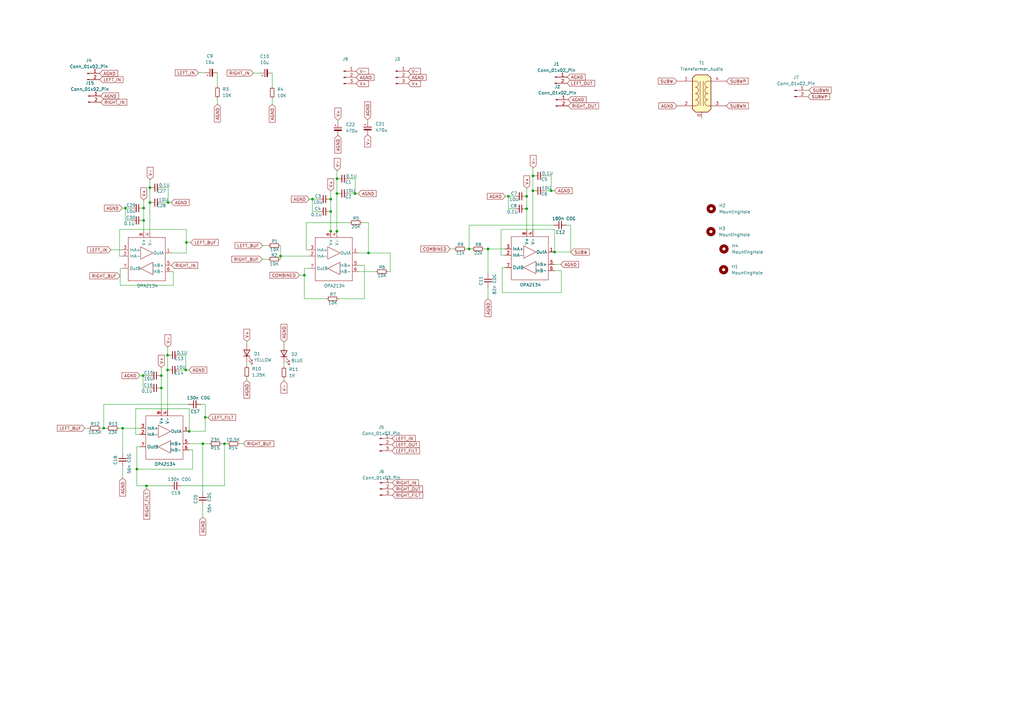
<source format=kicad_sch>
(kicad_sch (version 20230121) (generator eeschema)
  (paper "A3")
  (lib_symbols
    (symbol "Amplifier_Audio:OPA2134"
      (property "Reference" "U" (at 0 -2.54 0))
      (property "Value" "OPA2134" (at 0 0 0))
      (symbol "OPA2134_0_1"
        (rectangle (start -7.62 16.51) (end 7.62 -1.27))
        (polyline (pts (xy -2.54 12.7) (xy -2.54 7.62) (xy 2.54 10.16) (xy -2.54 12.7)))
        (polyline (pts (xy 2.54 6.35) (xy 2.54 1.27) (xy -2.54 3.81) (xy 2.54 6.35)))
      )
      (symbol "OPA2134_1_1"
        (pin output line (at 10.16 10.16 180) (length 2.54) (name "OutA") (number "1"))
        (pin input line (at -10.16 8.89 0) (length 2.54) (name "InA-") (number "2"))
        (pin input line (at -10.16 11.43 0) (length 2.54) (name "InA+") (number "3"))
        (pin input line (at 1.27 19.05 270) (length 2.54) (name "V-") (number "4"))
        (pin input line (at 10.16 5.08 180) (length 2.54) (name "InB+") (number "5"))
        (pin input line (at 10.16 2.54 180) (length 2.54) (name "InB-") (number "6"))
        (pin output line (at -10.16 3.81 0) (length 2.54) (name "OutB") (number "7"))
        (pin input line (at -1.27 19.05 270) (length 2.54) (name "V+") (number "8"))
      )
    )
    (symbol "Connector:Conn_01x02_Pin" (pin_names (offset 1.016) hide)
      (property "Reference" "J" (at 0 2.54 0))
      (property "Value" "Conn_01x02_Pin" (at 0 -5.08 0))
      (symbol "Conn_01x02_Pin_1_1"
        (polyline (pts (xy 1.27 -2.54) (xy 0.8636 -2.54)) (stroke (width 0.1524)))
        (polyline (pts (xy 1.27 0) (xy 0.8636 0)) (stroke (width 0.1524)))
        (rectangle (start 0.8636 -2.413) (end 0 -2.667) (stroke (width 0.1524)) (fill (type outline)))
        (rectangle (start 0.8636 0.127) (end 0 -0.127) (stroke (width 0.1524)) (fill (type outline)))
        (pin passive line (at 5.08 0 180) (length 3.81) (name "Pin_1") (number "1"))
        (pin passive line (at 5.08 -2.54 180) (length 3.81) (name "Pin_2") (number "2"))
      )
    )
    (symbol "Connector:Conn_01x03_Male" (pin_names (offset 1.016) hide)
      (property "Reference" "J" (at 0 5.08 0))
      (property "Value" "Conn_01x03_Male" (at 0 -5.08 0))
      (symbol "Conn_01x03_Male_1_1"
        (polyline (pts (xy 1.27 -2.54) (xy 0.8636 -2.54)) (stroke (width 0.1524)))
        (polyline (pts (xy 1.27 0) (xy 0.8636 0)) (stroke (width 0.1524)))
        (polyline (pts (xy 1.27 2.54) (xy 0.8636 2.54)) (stroke (width 0.1524)))
        (rectangle (start 0.8636 -2.413) (end 0 -2.667) (stroke (width 0.1524)) (fill (type outline)))
        (rectangle (start 0.8636 0.127) (end 0 -0.127) (stroke (width 0.1524)) (fill (type outline)))
        (rectangle (start 0.8636 2.667) (end 0 2.413) (stroke (width 0.1524)) (fill (type outline)))
        (pin passive line (at 5.08 2.54 180) (length 3.81) (name "Pin_1") (number "1"))
        (pin passive line (at 5.08 0 180) (length 3.81) (name "Pin_2") (number "2"))
        (pin passive line (at 5.08 -2.54 180) (length 3.81) (name "Pin_3") (number "3"))
      )
    )
    (symbol "Connector:Conn_01x03_Pin" (pin_names (offset 1.016) hide)
      (property "Reference" "J" (at 0 5.08 0))
      (property "Value" "Conn_01x03_Pin" (at 0 -5.08 0))
      (symbol "Conn_01x03_Pin_1_1"
        (polyline (pts (xy 1.27 -2.54) (xy 0.8636 -2.54)) (stroke (width 0.1524)))
        (polyline (pts (xy 1.27 0) (xy 0.8636 0)) (stroke (width 0.1524)))
        (polyline (pts (xy 1.27 2.54) (xy 0.8636 2.54)) (stroke (width 0.1524)))
        (rectangle (start 0.8636 -2.413) (end 0 -2.667) (stroke (width 0.1524)) (fill (type outline)))
        (rectangle (start 0.8636 0.127) (end 0 -0.127) (stroke (width 0.1524)) (fill (type outline)))
        (rectangle (start 0.8636 2.667) (end 0 2.413) (stroke (width 0.1524)) (fill (type outline)))
        (pin passive line (at 5.08 2.54 180) (length 3.81) (name "Pin_1") (number "1"))
        (pin passive line (at 5.08 0 180) (length 3.81) (name "Pin_2") (number "2"))
        (pin passive line (at 5.08 -2.54 180) (length 3.81) (name "Pin_3") (number "3"))
      )
    )
    (symbol "Device:C_Polarized_Small" (pin_numbers hide) (pin_names (offset 0.254) hide)
      (property "Reference" "C" (at 0.254 1.778 0))
      (property "Value" "C_Polarized_Small" (at 0.254 -2.032 0))
      (symbol "C_Polarized_Small_0_1"
        (rectangle (start -1.524 -0.3048) (end 1.524 -0.6858) (fill (type outline)))
        (rectangle (start -1.524 0.6858) (end 1.524 0.3048))
        (polyline (pts (xy -1.27 1.524) (xy -0.762 1.524)))
        (polyline (pts (xy -1.016 1.27) (xy -1.016 1.778)))
      )
      (symbol "C_Polarized_Small_1_1"
        (pin passive line (at 0 2.54 270) (length 1.8542) (name "~") (number "1"))
        (pin passive line (at 0 -2.54 90) (length 1.8542) (name "~") (number "2"))
      )
    )
    (symbol "Device:C_Small" (pin_numbers hide) (pin_names (offset 0.254) hide)
      (property "Reference" "C" (at 0.254 1.778 0))
      (property "Value" "C_Small" (at 0.254 -2.032 0))
      (symbol "C_Small_0_1"
        (polyline (pts (xy -1.524 -0.508) (xy 1.524 -0.508)) (stroke (width 0.3302)))
        (polyline (pts (xy -1.524 0.508) (xy 1.524 0.508)) (stroke (width 0.3048)))
      )
      (symbol "C_Small_1_1"
        (pin passive line (at 0 2.54 270) (length 2.032) (name "~") (number "1"))
        (pin passive line (at 0 -2.54 90) (length 2.032) (name "~") (number "2"))
      )
    )
    (symbol "Device:LED" (pin_numbers hide) (pin_names (offset 1.016) hide)
      (property "Reference" "D" (at 0 2.54 0))
      (property "Value" "LED" (at 0 -2.54 0))
      (symbol "LED_0_1"
        (polyline (pts (xy -1.27 -1.27) (xy -1.27 1.27)) (stroke (width 0.254)))
        (polyline (pts (xy -1.27 0) (xy 1.27 0)))
        (polyline (pts (xy 1.27 -1.27) (xy 1.27 1.27) (xy -1.27 0) (xy 1.27 -1.27)) (stroke (width 0.254)))
        (polyline (pts (xy -3.048 -0.762) (xy -4.572 -2.286) (xy -3.81 -2.286) (xy -4.572 -2.286) (xy -4.572 -1.524)))
        (polyline (pts (xy -1.778 -0.762) (xy -3.302 -2.286) (xy -2.54 -2.286) (xy -3.302 -2.286) (xy -3.302 -1.524)))
      )
      (symbol "LED_1_1"
        (pin passive line (at -3.81 0 0) (length 2.54) (name "K") (number "1"))
        (pin passive line (at 3.81 0 180) (length 2.54) (name "A") (number "2"))
      )
    )
    (symbol "Device:R_Small" (pin_numbers hide) (pin_names (offset 0.254) hide)
      (property "Reference" "R" (at 0.762 0.508 0))
      (property "Value" "R_Small" (at 0.762 -1.016 0))
      (symbol "R_Small_0_1"
        (rectangle (start -0.762 1.778) (end 0.762 -1.778) (stroke (width 0.2032)))
      )
      (symbol "R_Small_1_1"
        (pin passive line (at 0 2.54 270) (length 0.762) (name "~") (number "1"))
        (pin passive line (at 0 -2.54 90) (length 0.762) (name "~") (number "2"))
      )
    )
    (symbol "Device:Transformer_Audio" (pin_names (offset 1.016) hide)
      (property "Reference" "T" (at 0 11.684 0))
      (property "Value" "Transformer_Audio" (at 0.254 9.398 0))
      (symbol "Transformer_Audio_0_1"
        (arc (start -2.54 -5.0546) (mid -1.6599 -4.6901) (end -1.27 -3.81))
        (arc (start -2.54 -2.5146) (mid -1.6599 -2.1501) (end -1.27 -1.27))
        (arc (start -2.54 0.0254) (mid -1.6599 0.3899) (end -1.27 1.27))
        (arc (start -2.54 2.5654) (mid -1.6599 2.9299) (end -1.27 3.81))
        (arc (start -1.27 -3.81) (mid -1.642 -2.912) (end -2.54 -2.54))
        (arc (start -1.27 -1.27) (mid -1.642 -0.372) (end -2.54 0))
        (arc (start -1.27 1.27) (mid -1.642 2.168) (end -2.54 2.54))
        (arc (start -1.27 3.81) (mid -1.642 4.708) (end -2.54 5.08))
        (polyline (pts (xy -0.635 5.08) (xy -0.635 -5.08)))
        (polyline (pts (xy 0.635 -5.08) (xy 0.635 5.08)))
        (polyline (pts (xy -3.81 6.35) (xy -2.54 7.62) (xy 2.54 7.62) (xy 3.81 6.35) (xy 3.81 -6.35) (xy 2.54 -7.62) (xy -2.54 -7.62) (xy -3.81 -6.35) (xy -3.81 6.35)) (stroke (width 0.254)) (fill (type background)))
        (arc (start 1.2954 -1.27) (mid 1.6599 -2.1501) (end 2.54 -2.5146))
        (arc (start 1.2954 1.27) (mid 1.6599 0.3899) (end 2.54 0.0254))
        (arc (start 1.2954 3.81) (mid 1.6599 2.9299) (end 2.54 2.5654))
        (arc (start 1.3208 -3.81) (mid 1.6853 -4.6901) (end 2.5654 -5.0546))
        (arc (start 2.54 0) (mid 1.642 -0.372) (end 1.2954 -1.27))
        (arc (start 2.54 2.54) (mid 1.642 2.168) (end 1.2954 1.27))
        (arc (start 2.54 5.08) (mid 1.642 4.708) (end 1.2954 3.81))
        (arc (start 2.5654 -2.54) (mid 1.6674 -2.912) (end 1.3208 -3.81))
      )
      (symbol "Transformer_Audio_1_1"
        (pin input line (at 0 -10.16 90) (length 2.54) (name "~") (number "0"))
        (pin passive line (at -10.16 5.08 0) (length 7.62) (name "AA") (number "1"))
        (pin passive line (at -10.16 -5.08 0) (length 7.62) (name "AB") (number "2"))
        (pin passive line (at 10.16 -5.08 180) (length 7.62) (name "SA") (number "3"))
        (pin passive line (at 10.16 5.08 180) (length 7.62) (name "SB") (number "4"))
      )
    )
    (symbol "Mechanical:MountingHole" (pin_names (offset 1.016))
      (property "Reference" "H" (at 0 5.08 0))
      (property "Value" "MountingHole" (at 0 3.175 0))
      (symbol "MountingHole_0_1"
        (circle (center 0 0) (radius 1.27) (stroke (width 1.27)))
      )
    )
  )
  (junction (at 77.597 176.911))
  (junction (at 216.027 80.518))
  (junction (at 135.636 81.661))
  (junction (at 92.075 181.991))
  (junction (at 58.674 154.051))
  (junction (at 84.201 171.196))
  (junction (at 56.134 192.405))
  (junction (at 58.928 85.344))
  (junction (at 61.468 83.058))
  (junction (at 83.185 181.991))
  (junction (at 218.567 78.232))
  (junction (at 60.071 199.263))
  (junction (at 218.567 72.136))
  (junction (at 145.669 79.375))
  (junction (at 68.707 145.669))
  (junction (at 58.928 90.424))
  (junction (at 68.961 83.058))
  (junction (at 128.143 81.661))
  (junction (at 42.545 175.641))
  (junction (at 227.457 103.378))
  (junction (at 66.167 159.131))
  (junction (at 50.292 175.641))
  (junction (at 76.2 151.765))
  (junction (at 138.176 94.869))
  (junction (at 138.176 79.375))
  (junction (at 66.167 154.051))
  (junction (at 151.13 103.759))
  (junction (at 68.707 151.765))
  (junction (at 192.405 102.108))
  (junction (at 200.152 102.108))
  (junction (at 61.468 76.962))
  (junction (at 216.027 85.598))
  (junction (at 115.062 105.029))
  (junction (at 51.435 85.344))
  (junction (at 138.176 73.279))
  (junction (at 135.636 86.741))
  (junction (at 226.06 78.232))
  (junction (at 208.534 80.518))
  (junction (at 124.841 112.903))
  (junction (at 135.636 94.869))
  (junction (at 76.454 99.441))
  (wire (pts (xy 57.277 178.181) (xy 55.626 178.181)))
  (wire (pts (xy 53.848 90.424) (xy 51.435 90.424)))
  (wire (pts (xy 232.283 92.329) (xy 234.061 92.329)))
  (wire (pts (xy 192.405 102.108) (xy 193.548 102.108)))
  (wire (pts (xy 160.02 103.759) (xy 160.02 111.379)))
  (wire (pts (xy 207.137 109.728) (xy 205.994 109.728)))
  (wire (pts (xy 60.071 200.406) (xy 60.071 199.263)))
  (wire (pts (xy 125.603 102.489) (xy 126.746 102.489)))
  (wire (pts (xy 34.798 175.641) (xy 36.322 175.641)))
  (wire (pts (xy 76.454 103.759) (xy 70.358 103.759)))
  (wire (pts (xy 57.277 183.261) (xy 56.134 183.261)))
  (wire (pts (xy 76.2 151.765) (xy 73.787 151.765)))
  (wire (pts (xy 68.834 142.367) (xy 68.834 142.494)))
  (wire (pts (xy 116.459 156.21) (xy 116.459 155.321)))
  (wire (pts (xy 68.707 145.669) (xy 68.707 151.765)))
  (wire (pts (xy 99.822 181.991) (xy 98.298 181.991)))
  (wire (pts (xy 58.928 82.042) (xy 58.928 85.344)))
  (wire (pts (xy 61.468 73.787) (xy 61.468 76.962)))
  (wire (pts (xy 331.343 39.624) (xy 330.962 39.624)))
  (wire (pts (xy 77.597 167.64) (xy 77.597 176.911)))
  (wire (pts (xy 135.636 81.661) (xy 135.636 86.741)))
  (wire (pts (xy 61.087 159.131) (xy 58.674 159.131)))
  (wire (pts (xy 133.858 122.555) (xy 124.841 122.555)))
  (wire (pts (xy 138.5922 49.3632) (xy 138.5922 50.3792)))
  (wire (pts (xy 147.066 108.839) (xy 149.479 108.839)))
  (wire (pts (xy 234.061 92.329) (xy 234.061 103.378)))
  (wire (pts (xy 61.468 83.058) (xy 61.468 94.869)))
  (wire (pts (xy 68.961 76.962) (xy 68.961 83.058)))
  (wire (pts (xy 143.383 91.313) (xy 125.603 91.313)))
  (wire (pts (xy 138.176 94.869) (xy 138.176 94.996)))
  (wire (pts (xy 66.548 76.962) (xy 68.961 76.962)))
  (wire (pts (xy 77.597 181.991) (xy 83.185 181.991)))
  (wire (pts (xy 191.262 102.108) (xy 192.405 102.108)))
  (wire (pts (xy 207.264 80.518) (xy 208.534 80.518)))
  (wire (pts (xy 125.603 91.313) (xy 125.603 102.489)))
  (wire (pts (xy 56.134 199.263) (xy 56.134 192.405)))
  (wire (pts (xy 61.468 76.962) (xy 61.468 83.058)))
  (wire (pts (xy 115.062 100.711) (xy 115.062 105.029)))
  (wire (pts (xy 92.075 181.991) (xy 90.932 181.991)))
  (wire (pts (xy 116.459 140.335) (xy 116.459 141.224)))
  (wire (pts (xy 49.022 105.029) (xy 49.022 94.107)))
  (wire (pts (xy 101.219 140.081) (xy 101.219 140.97)))
  (wire (pts (xy 115.062 105.029) (xy 115.062 106.299)))
  (wire (pts (xy 58.928 90.424) (xy 58.928 94.869)))
  (wire (pts (xy 58.674 159.131) (xy 58.674 154.051)))
  (wire (pts (xy 71.12 111.379) (xy 71.12 116.967)))
  (wire (pts (xy 60.198 200.406) (xy 60.071 200.406)))
  (wire (pts (xy 84.201 165.862) (xy 84.201 171.196)))
  (wire (pts (xy 135.636 78.359) (xy 135.636 81.661)))
  (wire (pts (xy 218.567 78.232) (xy 218.567 94.488)))
  (wire (pts (xy 210.947 85.598) (xy 208.534 85.598)))
  (wire (pts (xy 66.167 159.131) (xy 66.167 168.021)))
  (wire (pts (xy 42.545 165.862) (xy 42.545 175.641)))
  (wire (pts (xy 135.636 94.869) (xy 135.636 94.996)))
  (wire (pts (xy 111.633 42.799) (xy 111.633 40.513)))
  (wire (pts (xy 126.873 81.661) (xy 128.143 81.661)))
  (wire (pts (xy 58.674 154.051) (xy 61.087 154.051)))
  (wire (pts (xy 205.486 104.648) (xy 205.486 94.107)))
  (wire (pts (xy 229.997 108.458) (xy 227.457 108.458)))
  (wire (pts (xy 50.292 196.088) (xy 50.292 191.135)))
  (wire (pts (xy 84.074 29.845) (xy 81.407 29.845)))
  (wire (pts (xy 207.137 104.648) (xy 205.486 104.648)))
  (wire (pts (xy 205.486 94.107) (xy 227.457 94.107)))
  (wire (pts (xy 60.071 199.263) (xy 56.134 199.263)))
  (wire (pts (xy 226.06 78.232) (xy 223.647 78.232)))
  (wire (pts (xy 83.185 181.991) (xy 85.852 181.991)))
  (wire (pts (xy 227.457 94.107) (xy 227.457 103.378)))
  (wire (pts (xy 205.994 109.728) (xy 205.994 120.015)))
  (wire (pts (xy 89.154 42.672) (xy 89.154 40.386)))
  (wire (pts (xy 331.724 36.957) (xy 331.724 37.084)))
  (wire (pts (xy 226.06 72.136) (xy 226.06 78.232)))
  (wire (pts (xy 138.176 73.279) (xy 138.176 79.375)))
  (wire (pts (xy 71.12 116.967) (xy 49.276 116.967)))
  (wire (pts (xy 68.707 151.765) (xy 68.707 168.021)))
  (wire (pts (xy 122.809 112.903) (xy 124.841 112.903)))
  (wire (pts (xy 57.404 154.051) (xy 58.674 154.051)))
  (wire (pts (xy 109.982 106.299) (xy 107.569 106.299)))
  (wire (pts (xy 55.626 167.64) (xy 77.597 167.64)))
  (wire (pts (xy 218.567 72.136) (xy 218.567 78.232)))
  (wire (pts (xy 101.219 155.956) (xy 101.219 155.067)))
  (wire (pts (xy 149.479 108.839) (xy 149.479 122.555)))
  (wire (pts (xy 124.841 122.555) (xy 124.841 112.903)))
  (wire (pts (xy 147.066 111.379) (xy 154.051 111.379)))
  (wire (pts (xy 223.647 72.136) (xy 226.06 72.136)))
  (wire (pts (xy 61.595 73.787) (xy 61.468 73.787)))
  (wire (pts (xy 50.038 105.029) (xy 49.022 105.029)))
  (wire (pts (xy 151.13 103.759) (xy 147.066 103.759)))
  (wire (pts (xy 42.545 175.641) (xy 43.688 175.641)))
  (wire (pts (xy 145.669 73.279) (xy 145.669 79.375)))
  (wire (pts (xy 216.027 80.518) (xy 216.027 85.598)))
  (wire (pts (xy 85.344 171.196) (xy 84.201 171.196)))
  (wire (pts (xy 77.47 151.765) (xy 76.2 151.765)))
  (wire (pts (xy 49.022 94.107) (xy 76.454 94.107)))
  (wire (pts (xy 124.841 110.109) (xy 126.746 110.109)))
  (wire (pts (xy 51.435 90.424) (xy 51.435 85.344)))
  (wire (pts (xy 116.459 150.241) (xy 116.459 148.844)))
  (wire (pts (xy 92.075 181.991) (xy 92.075 199.263)))
  (wire (pts (xy 50.292 175.641) (xy 50.292 186.055)))
  (wire (pts (xy 128.143 81.661) (xy 130.556 81.661)))
  (wire (pts (xy 77.597 184.531) (xy 78.994 184.531)))
  (wire (pts (xy 216.027 77.216) (xy 216.027 80.518)))
  (wire (pts (xy 51.435 85.344) (xy 53.848 85.344)))
  (wire (pts (xy 111.633 35.433) (xy 111.633 29.972)))
  (wire (pts (xy 68.834 142.494) (xy 68.707 142.494)))
  (wire (pts (xy 66.167 150.749) (xy 66.167 154.051)))
  (wire (pts (xy 124.841 112.903) (xy 124.841 110.109)))
  (wire (pts (xy 138.938 122.555) (xy 149.479 122.555)))
  (wire (pts (xy 218.694 68.834) (xy 218.694 68.961)))
  (wire (pts (xy 109.982 100.711) (xy 107.696 100.711)))
  (wire (pts (xy 93.218 181.991) (xy 92.075 181.991)))
  (wire (pts (xy 138.303 70.104) (xy 138.176 70.104)))
  (wire (pts (xy 76.454 99.441) (xy 76.454 103.759)))
  (wire (pts (xy 184.658 102.108) (xy 186.182 102.108)))
  (wire (pts (xy 192.405 92.329) (xy 192.405 102.108)))
  (wire (pts (xy 200.152 102.108) (xy 200.152 112.522)))
  (wire (pts (xy 331.724 37.084) (xy 330.962 37.084)))
  (wire (pts (xy 138.303 69.977) (xy 138.303 70.104)))
  (wire (pts (xy 56.134 192.405) (xy 56.134 183.261)))
  (wire (pts (xy 227.33 78.232) (xy 226.06 78.232)))
  (wire (pts (xy 73.787 145.669) (xy 76.2 145.669)))
  (wire (pts (xy 41.402 175.641) (xy 42.545 175.641)))
  (wire (pts (xy 84.201 171.196) (xy 84.201 176.911)))
  (wire (pts (xy 200.152 122.555) (xy 200.152 117.602)))
  (wire (pts (xy 143.256 73.279) (xy 145.669 73.279)))
  (wire (pts (xy 138.176 79.375) (xy 138.176 94.869)))
  (wire (pts (xy 70.231 83.058) (xy 68.961 83.058)))
  (wire (pts (xy 135.636 86.741) (xy 135.636 94.869)))
  (wire (pts (xy 146.939 79.375) (xy 145.669 79.375)))
  (wire (pts (xy 101.219 149.987) (xy 101.219 148.59)))
  (wire (pts (xy 138.176 70.104) (xy 138.176 73.279)))
  (wire (pts (xy 61.595 73.66) (xy 61.595 73.787)))
  (wire (pts (xy 76.2 145.669) (xy 76.2 151.765)))
  (wire (pts (xy 128.143 86.741) (xy 128.143 81.661)))
  (wire (pts (xy 192.405 92.329) (xy 227.203 92.329)))
  (wire (pts (xy 159.131 111.379) (xy 160.02 111.379)))
  (wire (pts (xy 208.534 85.598) (xy 208.534 80.518)))
  (wire (pts (xy 84.201 176.911) (xy 77.597 176.911)))
  (wire (pts (xy 68.961 83.058) (xy 66.548 83.058)))
  (wire (pts (xy 151.13 91.313) (xy 151.13 103.759)))
  (wire (pts (xy 234.061 103.378) (xy 227.457 103.378)))
  (wire (pts (xy 82.423 165.862) (xy 84.201 165.862)))
  (wire (pts (xy 331.851 36.957) (xy 331.724 36.957)))
  (wire (pts (xy 145.669 79.375) (xy 143.256 79.375)))
  (wire (pts (xy 48.768 175.641) (xy 50.292 175.641)))
  (wire (pts (xy 55.626 178.181) (xy 55.626 167.64)))
  (wire (pts (xy 216.027 85.598) (xy 216.027 94.488)))
  (wire (pts (xy 83.185 181.991) (xy 83.185 202.057)))
  (wire (pts (xy 78.994 184.531) (xy 78.994 192.405)))
  (wire (pts (xy 200.152 102.108) (xy 207.137 102.108)))
  (wire (pts (xy 49.276 116.967) (xy 49.276 110.109)))
  (wire (pts (xy 74.549 199.263) (xy 92.075 199.263)))
  (wire (pts (xy 78.232 99.441) (xy 76.454 99.441)))
  (wire (pts (xy 148.463 91.313) (xy 151.13 91.313)))
  (wire (pts (xy 50.292 175.641) (xy 57.277 175.641)))
  (wire (pts (xy 70.358 111.379) (xy 71.12 111.379)))
  (wire (pts (xy 89.154 35.306) (xy 89.154 29.845)))
  (wire (pts (xy 151.13 103.759) (xy 160.02 103.759)))
  (wire (pts (xy 205.994 120.015) (xy 230.251 120.015)))
  (wire (pts (xy 130.556 86.741) (xy 128.143 86.741)))
  (wire (pts (xy 66.167 154.051) (xy 66.167 159.131)))
  (wire (pts (xy 198.628 102.108) (xy 200.152 102.108)))
  (wire (pts (xy 106.553 29.972) (xy 103.886 29.972)))
  (wire (pts (xy 42.545 165.862) (xy 77.343 165.862)))
  (wire (pts (xy 45.466 102.489) (xy 50.038 102.489)))
  (wire (pts (xy 218.567 68.961) (xy 218.567 72.136)))
  (wire (pts (xy 230.251 110.998) (xy 227.457 110.998)))
  (wire (pts (xy 126.746 105.029) (xy 115.062 105.029)))
  (wire (pts (xy 56.134 192.405) (xy 78.994 192.405)))
  (wire (pts (xy 58.928 85.344) (xy 58.928 90.424)))
  (wire (pts (xy 218.694 68.961) (xy 218.567 68.961)))
  (wire (pts (xy 230.251 120.015) (xy 230.251 110.998)))
  (wire (pts (xy 76.454 94.107) (xy 76.454 99.441)))
  (wire (pts (xy 208.534 80.518) (xy 210.947 80.518)))
  (wire (pts (xy 49.276 110.109) (xy 50.038 110.109)))
  (wire (pts (xy 68.707 142.494) (xy 68.707 145.669)))
  (wire (pts (xy 150.7842 49.1092) (xy 150.7842 50.1252)))
  (wire (pts (xy 60.071 199.263) (xy 69.469 199.263)))
  (wire (pts (xy 83.185 212.09) (xy 83.185 207.137)))
  (wire (pts (xy 50.165 85.344) (xy 51.435 85.344)))
  (global_label "V-" (shape input) (at 138.303 69.977 90) (property "Intersheetrefs" "${INTERSHEET_REFS}" (effects hide)))
  (global_label "RIGHT_FILT" (shape input) (at 160.909 203.073 0) (property "Intersheetrefs" "${INTERSHEET_REFS}" (effects hide)))
  (global_label "SUBWP" (shape input) (at 331.343 39.624 0) (property "Intersheetrefs" "${INTERSHEET_REFS}" (effects hide)))
  (global_label "V+" (shape input) (at 58.928 82.042 90) (property "Intersheetrefs" "${INTERSHEET_REFS}" (effects hide)))
  (global_label "AGND" (shape input) (at 146.05 31.75 0) (property "Intersheetrefs" "${INTERSHEET_REFS}" (effects hide)))
  (global_label "AGND" (shape input) (at 229.997 108.458 0) (property "Intersheetrefs" "${INTERSHEET_REFS}" (effects hide)))
  (global_label "LEFT_OUT" (shape input) (at 232.664 34.163 0) (property "Intersheetrefs" "${INTERSHEET_REFS}" (effects hide)))
  (global_label "SUBW" (shape input) (at 234.061 103.378 0) (property "Intersheetrefs" "${INTERSHEET_REFS}" (effects hide)))
  (global_label "LEFT_BUF" (shape input) (at 107.696 100.711 180) (property "Intersheetrefs" "${INTERSHEET_REFS}" (effects hide)))
  (global_label "AGND" (shape input) (at 167.386 31.75 0) (property "Intersheetrefs" "${INTERSHEET_REFS}" (effects hide)))
  (global_label "AGND" (shape input) (at 89.154 42.672 270) (property "Intersheetrefs" "${INTERSHEET_REFS}" (effects hide)))
  (global_label "LEFT_FILT" (shape input) (at 160.782 184.912 0) (property "Intersheetrefs" "${INTERSHEET_REFS}" (effects hide)))
  (global_label "V+" (shape input) (at 101.219 140.081 90) (property "Intersheetrefs" "${INTERSHEET_REFS}" (effects hide)))
  (global_label "V-" (shape input) (at 61.595 73.66 90) (property "Intersheetrefs" "${INTERSHEET_REFS}" (effects hide)))
  (global_label "V+" (shape input) (at 138.5922 49.3632 90) (property "Intersheetrefs" "${INTERSHEET_REFS}" (effects hide)))
  (global_label "SUBWN" (shape input) (at 297.942 43.434 0) (property "Intersheetrefs" "${INTERSHEET_REFS}" (effects hide)))
  (global_label "V-" (shape input) (at 218.694 68.834 90) (property "Intersheetrefs" "${INTERSHEET_REFS}" (effects hide)))
  (global_label "RIGHT_FILT" (shape input) (at 60.198 200.406 270) (property "Intersheetrefs" "${INTERSHEET_REFS}" (effects hide)))
  (global_label "V+" (shape input) (at 167.386 34.29 0) (property "Intersheetrefs" "${INTERSHEET_REFS}" (effects hide)))
  (global_label "V+" (shape input) (at 216.027 77.216 90) (property "Intersheetrefs" "${INTERSHEET_REFS}" (effects hide)))
  (global_label "V-" (shape input) (at 150.7842 55.2052 270) (property "Intersheetrefs" "${INTERSHEET_REFS}" (effects hide)))
  (global_label "AGND" (shape input) (at 277.622 43.434 180) (property "Intersheetrefs" "${INTERSHEET_REFS}" (effects hide)))
  (global_label "LEFT_FILT" (shape input) (at 85.344 171.196 0) (property "Intersheetrefs" "${INTERSHEET_REFS}" (effects hide)))
  (global_label "AGND" (shape input) (at 138.5922 55.4592 270) (property "Intersheetrefs" "${INTERSHEET_REFS}" (effects hide)))
  (global_label "V-" (shape input) (at 116.459 156.21 270) (property "Intersheetrefs" "${INTERSHEET_REFS}" (effects hide)))
  (global_label "RIGHT_OUT" (shape input) (at 160.909 200.533 0) (property "Intersheetrefs" "${INTERSHEET_REFS}" (effects hide)))
  (global_label "V+" (shape input) (at 146.05 34.29 0) (property "Intersheetrefs" "${INTERSHEET_REFS}" (effects hide)))
  (global_label "COMBINED" (shape input) (at 184.658 102.108 180) (property "Intersheetrefs" "${INTERSHEET_REFS}" (effects hide)))
  (global_label "V+" (shape input) (at 66.167 150.749 90) (property "Intersheetrefs" "${INTERSHEET_REFS}" (effects hide)))
  (global_label "LEFT_BUF" (shape input) (at 34.798 175.641 180) (property "Intersheetrefs" "${INTERSHEET_REFS}" (effects hide)))
  (global_label "RIGHT_IN" (shape input) (at 41.275 41.91 0) (property "Intersheetrefs" "${INTERSHEET_REFS}" (effects hide)))
  (global_label "AGND" (shape input) (at 232.664 31.623 0) (property "Intersheetrefs" "${INTERSHEET_REFS}" (effects hide)))
  (global_label "AGND" (shape input) (at 101.219 155.956 270) (property "Intersheetrefs" "${INTERSHEET_REFS}" (effects hide)))
  (global_label "V+" (shape input) (at 135.636 78.359 90) (property "Intersheetrefs" "${INTERSHEET_REFS}" (effects hide)))
  (global_label "AGND" (shape input) (at 116.459 140.335 90) (property "Intersheetrefs" "${INTERSHEET_REFS}" (effects hide)))
  (global_label "RIGHT_BUF" (shape input) (at 107.569 106.299 180) (property "Intersheetrefs" "${INTERSHEET_REFS}" (effects hide)))
  (global_label "SUBWN" (shape input) (at 331.851 36.957 0) (property "Intersheetrefs" "${INTERSHEET_REFS}" (effects hide)))
  (global_label "SUBWP" (shape input) (at 297.942 33.274 0) (property "Intersheetrefs" "${INTERSHEET_REFS}" (effects hide)))
  (global_label "LEFT_IN" (shape input) (at 160.782 179.832 0) (property "Intersheetrefs" "${INTERSHEET_REFS}" (effects hide)))
  (global_label "AGND" (shape input) (at 126.873 81.661 180) (property "Intersheetrefs" "${INTERSHEET_REFS}" (effects hide)))
  (global_label "AGND" (shape input) (at 227.33 78.232 0) (property "Intersheetrefs" "${INTERSHEET_REFS}" (effects hide)))
  (global_label "AGND" (shape input) (at 50.165 85.344 180) (property "Intersheetrefs" "${INTERSHEET_REFS}" (effects hide)))
  (global_label "AGND" (shape input) (at 77.47 151.765 0) (property "Intersheetrefs" "${INTERSHEET_REFS}" (effects hide)))
  (global_label "LEFT_OUT" (shape input) (at 160.782 182.372 0) (property "Intersheetrefs" "${INTERSHEET_REFS}" (effects hide)))
  (global_label "RIGHT_IN" (shape input) (at 103.886 29.972 180) (property "Intersheetrefs" "${INTERSHEET_REFS}" (effects hide)))
  (global_label "RIGHT_BUF" (shape input) (at 49.276 113.157 180) (property "Intersheetrefs" "${INTERSHEET_REFS}" (effects hide)))
  (global_label "RIGHT_IN" (shape input) (at 160.909 197.993 0) (property "Intersheetrefs" "${INTERSHEET_REFS}" (effects hide)))
  (global_label "RIGHT_BUF" (shape input) (at 99.822 181.991 0) (property "Intersheetrefs" "${INTERSHEET_REFS}" (effects hide)))
  (global_label "LEFT_IN" (shape input) (at 81.407 29.845 180) (property "Intersheetrefs" "${INTERSHEET_REFS}" (effects hide)))
  (global_label "AGND" (shape input) (at 83.185 212.09 270) (property "Intersheetrefs" "${INTERSHEET_REFS}" (effects hide)))
  (global_label "V-" (shape input) (at 68.834 142.367 90) (property "Intersheetrefs" "${INTERSHEET_REFS}" (effects hide)))
  (global_label "AGND" (shape input) (at 150.7842 49.1092 90) (property "Intersheetrefs" "${INTERSHEET_REFS}" (effects hide)))
  (global_label "AGND" (shape input) (at 57.404 154.051 180) (property "Intersheetrefs" "${INTERSHEET_REFS}" (effects hide)))
  (global_label "LEFT_BUF" (shape input) (at 78.232 99.441 0) (property "Intersheetrefs" "${INTERSHEET_REFS}" (effects hide)))
  (global_label "AGND" (shape input) (at 111.633 42.799 270) (property "Intersheetrefs" "${INTERSHEET_REFS}" (effects hide)))
  (global_label "V-" (shape input) (at 167.386 29.21 0) (property "Intersheetrefs" "${INTERSHEET_REFS}" (effects hide)))
  (global_label "LEFT_IN" (shape input) (at 40.894 32.639 0) (property "Intersheetrefs" "${INTERSHEET_REFS}" (effects hide)))
  (global_label "AGND" (shape input) (at 200.152 122.555 270) (property "Intersheetrefs" "${INTERSHEET_REFS}" (effects hide)))
  (global_label "COMBINED" (shape input) (at 122.809 112.903 180) (property "Intersheetrefs" "${INTERSHEET_REFS}" (effects hide)))
  (global_label "AGND" (shape input) (at 50.292 196.088 270) (property "Intersheetrefs" "${INTERSHEET_REFS}" (effects hide)))
  (global_label "AGND" (shape input) (at 233.045 40.894 0) (property "Intersheetrefs" "${INTERSHEET_REFS}" (effects hide)))
  (global_label "AGND" (shape input) (at 146.939 79.375 0) (property "Intersheetrefs" "${INTERSHEET_REFS}" (effects hide)))
  (global_label "RIGHT_IN" (shape input) (at 70.358 108.839 0) (property "Intersheetrefs" "${INTERSHEET_REFS}" (effects hide)))
  (global_label "SUBW" (shape input) (at 277.622 33.274 180) (property "Intersheetrefs" "${INTERSHEET_REFS}" (effects hide)))
  (global_label "AGND" (shape input) (at 41.275 39.37 0) (property "Intersheetrefs" "${INTERSHEET_REFS}" (effects hide)))
  (global_label "RIGHT_OUT" (shape input) (at 233.045 43.434 0) (property "Intersheetrefs" "${INTERSHEET_REFS}" (effects hide)))
  (global_label "LEFT_IN" (shape input) (at 45.466 102.489 180) (property "Intersheetrefs" "${INTERSHEET_REFS}" (effects hide)))
  (global_label "AGND" (shape input) (at 40.894 30.099 0) (property "Intersheetrefs" "${INTERSHEET_REFS}" (effects hide)))
  (global_label "AGND" (shape input) (at 207.264 80.518 180) (property "Intersheetrefs" "${INTERSHEET_REFS}" (effects hide)))
  (global_label "V-" (shape input) (at 146.05 29.21 0) (property "Intersheetrefs" "${INTERSHEET_REFS}" (effects hide)))
  (global_label "AGND" (shape input) (at 70.231 83.058 0) (property "Intersheetrefs" "${INTERSHEET_REFS}" (effects hide)))
  (symbol (lib_id "Device:R_Small") (at 145.923 91.313 270) (unit 1)
    (property "Reference" "R5" (at 146.05 89.535 90))
    (property "Value" "20K" (at 146.05 92.964 90))
    (property "Footprint" "Resistor_SMD:R_0603_1608Metric_Pad0.98x0.95mm_HandSolder" (effects hide))
  )
  (symbol (lib_id "Connector:Conn_01x03_Pin") (at 155.702 182.372 0) (unit 1)
    (property "Reference" "J5" (at 156.337 175.26 0))
    (property "Value" "Conn_01x03_Pin" (at 156.337 177.8 0))
    (property "Footprint" "Connector_PinHeader_2.54mm:PinHeader_1x03_P2.54mm_Vertical" (effects hide))
  )
  (symbol (lib_id "Device:C_Polarized_Small") (at 86.614 29.845 90) (unit 1)
    (property "Reference" "C9" (at 86.0679 22.987 90))
    (property "Value" "10u" (at 86.0679 25.527 90))
    (property "Footprint" "Capacitor_THT:CP_Radial_D5.0mm_P2.00mm" (effects hide))
  )
  (symbol (lib_id "Device:C_Small") (at 63.627 159.131 270) (unit 1)
    (property "Reference" "C16" (at 60.833 157.988 90))
    (property "Value" "0.1U" (at 60.325 160.401 90))
    (property "Footprint" "Capacitor_SMD:C_0805_2012Metric_Pad1.18x1.45mm_HandSolder" (effects hide))
  )
  (symbol (lib_id "Device:C_Small") (at 72.009 199.263 90) (unit 1)
    (property "Reference" "C19" (at 72.136 202.184 90))
    (property "Value" "130n C0G" (at 73.533 196.596 90))
    (property "Footprint" "Capacitor_SMD:C_0805_2012Metric_Pad1.18x1.45mm_HandSolder" (effects hide))
  )
  (symbol (lib_id "Device:C_Small") (at 221.107 78.232 90) (unit 1)
    (property "Reference" "C6" (at 223.266 79.502 90))
    (property "Value" "10U" (at 224.1066 77.0957 90))
    (property "Footprint" "Capacitor_SMD:C_1206_3216Metric_Pad1.33x1.80mm_HandSolder" (effects hide))
  )
  (symbol (lib_id "Device:R_Small") (at 95.758 181.991 90) (unit 1)
    (property "Reference" "R14" (at 95.631 183.769 90))
    (property "Value" "10.5K" (at 95.631 180.34 90))
    (property "Footprint" "Resistor_SMD:R_0603_1608Metric_Pad0.98x0.95mm_HandSolder" (effects hide))
  )
  (symbol (lib_id "Device:R_Small") (at 112.522 100.711 270) (unit 1)
    (property "Reference" "R1" (at 112.649 98.933 90))
    (property "Value" "10K" (at 112.649 102.362 90))
    (property "Footprint" "Resistor_SMD:R_0603_1608Metric_Pad0.98x0.95mm_HandSolder" (effects hide))
  )
  (symbol (lib_id "Device:C_Small") (at 56.388 90.424 270) (unit 1)
    (property "Reference" "C30" (at 53.594 89.281 90))
    (property "Value" "0.1U" (at 53.086 91.694 90))
    (property "Footprint" "Capacitor_SMD:C_0805_2012Metric_Pad1.18x1.45mm_HandSolder" (effects hide))
  )
  (symbol (lib_id "Device:Transformer_Audio") (at 287.782 38.354 0) (unit 1)
    (property "Reference" "T1" (at 287.782 25.781 0))
    (property "Value" "Transformer_Audio" (at 287.782 28.321 0))
    (property "Footprint" "Components:DA101C" (effects hide))
  )
  (symbol (lib_id "Device:C_Small") (at 56.388 85.344 270) (unit 1)
    (property "Reference" "C29" (at 53.721 84.201 90))
    (property "Value" "10U" (at 53.721 86.614 90))
    (property "Footprint" "Capacitor_SMD:C_1206_3216Metric_Pad1.33x1.80mm_HandSolder" (effects hide))
  )
  (symbol (lib_id "Device:C_Small") (at 83.185 204.597 0) (unit 1)
    (property "Reference" "C20" (at 80.264 204.724 90))
    (property "Value" "56n C0G" (at 85.852 206.121 90))
    (property "Footprint" "Capacitor_SMD:C_0805_2012Metric_Pad1.18x1.45mm_HandSolder" (effects hide))
  )
  (symbol (lib_id "Device:C_Small") (at 221.107 72.136 90) (unit 1)
    (property "Reference" "C5" (at 223.266 73.533 90))
    (property "Value" "0.1U" (at 224.536 71.12 90))
    (property "Footprint" "Capacitor_SMD:C_0805_2012Metric_Pad1.18x1.45mm_HandSolder" (effects hide))
  )
  (symbol (lib_id "Device:C_Small") (at 50.292 188.595 0) (unit 1)
    (property "Reference" "C18" (at 47.371 188.722 90))
    (property "Value" "56n C0G" (at 52.959 190.119 90))
    (property "Footprint" "Capacitor_SMD:C_0805_2012Metric_Pad1.18x1.45mm_HandSolder" (effects hide))
  )
  (symbol (lib_id "Amplifier_Audio:OPA2134") (at 60.198 113.919 0) (unit 1)
    (property "Reference" "U4" (effects hide))
    (property "Value" "OPA2134" (at 60.452 117.221 0))
    (property "Footprint" "Package_DIP:DIP-8_W7.62mm_Socket" (effects hide))
  )
  (symbol (lib_id "Device:R_Small") (at 89.154 37.846 180) (unit 1)
    (property "Reference" "R3" (at 91.186 36.576 0) (effects (justify right)))
    (property "Value" "10K" (at 91.186 39.116 0) (effects (justify right)))
    (property "Footprint" "Resistor_SMD:R_0603_1608Metric_Pad0.98x0.95mm_HandSolder" (effects hide))
  )
  (symbol (lib_id "Device:C_Small") (at 71.247 151.765 90) (unit 1)
    (property "Reference" "C14" (at 73.406 153.035 90))
    (property "Value" "10U" (at 74.2466 150.6287 90))
    (property "Footprint" "Capacitor_SMD:C_1206_3216Metric_Pad1.33x1.80mm_HandSolder" (effects hide))
  )
  (symbol (lib_id "Device:C_Small") (at 133.096 81.661 270) (unit 1)
    (property "Reference" "C3" (at 130.429 80.518 90))
    (property "Value" "10U" (at 130.429 82.931 90))
    (property "Footprint" "Capacitor_SMD:C_1206_3216Metric_Pad1.33x1.80mm_HandSolder" (effects hide))
  )
  (symbol (lib_id "Device:R_Small") (at 136.398 122.555 270) (unit 1)
    (property "Reference" "R7" (at 136.525 120.777 90))
    (property "Value" "10K" (at 136.525 124.206 90))
    (property "Footprint" "Resistor_SMD:R_0603_1608Metric_Pad0.98x0.95mm_HandSolder" (effects hide))
  )
  (symbol (lib_id "Mechanical:MountingHole") (at 296.926 102.108 0) (unit 1)
    (property "Reference" "H4" (at 300.101 100.8379 0) (effects (justify left)))
    (property "Value" "MountingHole" (at 300.101 103.3779 0) (effects (justify left)))
    (property "Footprint" "MountingHole:MountingHole_3.2mm_M3" (effects hide))
  )
  (symbol (lib_id "Device:R_Small") (at 188.722 102.108 270) (unit 1)
    (property "Reference" "R9" (at 188.849 100.33 90))
    (property "Value" "11k" (at 188.849 103.759 90))
    (property "Footprint" "Resistor_SMD:R_0603_1608Metric_Pad0.98x0.95mm_HandSolder" (effects hide))
  )
  (symbol (lib_id "Device:C_Small") (at 71.247 145.669 90) (unit 1)
    (property "Reference" "C13" (at 73.406 147.066 90))
    (property "Value" "0.1U" (at 74.676 144.653 90))
    (property "Footprint" "Capacitor_SMD:C_0805_2012Metric_Pad1.18x1.45mm_HandSolder" (effects hide))
  )
  (symbol (lib_id "Device:R_Small") (at 116.459 152.781 180) (unit 1)
    (property "Reference" "R11" (at 118.491 151.511 0) (effects (justify right)))
    (property "Value" "1K" (at 118.491 154.051 0) (effects (justify right)))
    (property "Footprint" "Resistor_SMD:R_0603_1608Metric_Pad0.98x0.95mm_HandSolder" (effects hide))
  )
  (symbol (lib_id "Device:R_Small") (at 38.862 175.641 270) (unit 1)
    (property "Reference" "R12" (at 38.989 173.863 90))
    (property "Value" "10.5K" (at 38.989 177.292 90))
    (property "Footprint" "Resistor_SMD:R_0603_1608Metric_Pad0.98x0.95mm_HandSolder" (effects hide))
  )
  (symbol (lib_id "Connector:Conn_01x03_Male") (at 162.306 31.75 0) (unit 1)
    (property "Reference" "J3" (at 162.941 24.257 0))
    (property "Value" "Conn_01x03_Male" (effects hide))
    (property "Footprint" "Connector_JST:JST_PH_B3B-PH-K_1x03_P2.00mm_Vertical" (effects hide))
  )
  (symbol (lib_id "Connector:Conn_01x02_Pin") (at 325.882 37.084 0) (unit 1)
    (property "Reference" "J7" (at 326.517 31.75 0))
    (property "Value" "Conn_01x02_Pin" (at 326.517 34.29 0))
    (property "Footprint" "Connector_JST:JST_PH_B2B-PH-K_1x02_P2.00mm_Vertical" (effects hide))
  )
  (symbol (lib_id "Device:C_Small") (at 229.743 92.329 90) (unit 1)
    (property "Reference" "C12" (at 229.87 95.25 90))
    (property "Value" "180n C0G" (at 231.267 89.662 90))
    (property "Footprint" "Capacitor_SMD:C_0805_2012Metric_Pad1.18x1.45mm_HandSolder" (effects hide))
  )
  (symbol (lib_id "Amplifier_Audio:OPA2134") (at 136.906 113.919 0) (unit 1)
    (property "Reference" "U1" (effects hide))
    (property "Value" "OPA2134" (at 137.16 117.221 0))
    (property "Footprint" "Package_DIP:DIP-8_W7.62mm_Socket" (effects hide))
  )
  (symbol (lib_id "Device:C_Polarized_Small") (at 109.093 29.972 90) (unit 1)
    (property "Reference" "C10" (at 108.5469 23.114 90))
    (property "Value" "10u" (at 108.5469 25.654 90))
    (property "Footprint" "Capacitor_THT:CP_Radial_D5.0mm_P2.00mm" (effects hide))
  )
  (symbol (lib_id "Mechanical:MountingHole") (at 291.719 85.598 0) (unit 1)
    (property "Reference" "H2" (at 294.894 84.3279 0) (effects (justify left)))
    (property "Value" "MountingHole" (at 294.894 86.8679 0) (effects (justify left)))
    (property "Footprint" "MountingHole:MountingHole_3.2mm_M3" (effects hide))
  )
  (symbol (lib_id "Device:R_Small") (at 88.392 181.991 90) (unit 1)
    (property "Reference" "R15" (at 88.265 183.769 90))
    (property "Value" "23K" (at 88.265 180.34 90))
    (property "Footprint" "Resistor_SMD:R_0603_1608Metric_Pad0.98x0.95mm_HandSolder" (effects hide))
  )
  (symbol (lib_id "Device:R_Small") (at 111.633 37.973 180) (unit 1)
    (property "Reference" "R4" (at 113.665 36.703 0) (effects (justify right)))
    (property "Value" "10K" (at 113.665 39.243 0) (effects (justify right)))
    (property "Footprint" "Resistor_SMD:R_0603_1608Metric_Pad0.98x0.95mm_HandSolder" (effects hide))
  )
  (symbol (lib_id "Amplifier_Audio:OPA2134") (at 67.437 187.071 0) (unit 1)
    (property "Reference" "U3" (effects hide))
    (property "Value" "OPA2134" (at 67.691 190.373 0))
    (property "Footprint" "Package_DIP:DIP-8_W7.62mm_Socket" (effects hide))
  )
  (symbol (lib_id "Amplifier_Audio:OPA2134") (at 217.297 113.538 0) (unit 1)
    (property "Reference" "U2" (effects hide))
    (property "Value" "OPA2134" (at 217.551 116.84 0))
    (property "Footprint" "Package_DIP:DIP-8_W7.62mm_Socket" (effects hide))
  )
  (symbol (lib_id "Connector:Conn_01x03_Male") (at 140.97 31.75 0) (unit 1)
    (property "Reference" "J9" (at 141.605 24.257 0))
    (property "Value" "Conn_01x03_Male" (effects hide))
    (property "Footprint" "Connector_JST:JST_PH_B3B-PH-K_1x03_P2.00mm_Vertical" (effects hide))
  )
  (symbol (lib_id "Device:C_Small") (at 133.096 86.741 270) (unit 1)
    (property "Reference" "C4" (at 130.302 85.598 90))
    (property "Value" "0.1U" (at 129.794 88.011 90))
    (property "Footprint" "Capacitor_SMD:C_0805_2012Metric_Pad1.18x1.45mm_HandSolder" (effects hide))
  )
  (symbol (lib_id "Device:C_Small") (at 79.883 165.862 90) (unit 1)
    (property "Reference" "C17" (at 80.01 168.783 90))
    (property "Value" "130n C0G" (at 81.407 163.195 90))
    (property "Footprint" "Capacitor_SMD:C_0805_2012Metric_Pad1.18x1.45mm_HandSolder" (effects hide))
  )
  (symbol (lib_id "Connector:Conn_01x02_Pin") (at 227.965 40.894 0) (unit 1)
    (property "Reference" "J2" (at 228.6 35.56 0))
    (property "Value" "Conn_01x02_Pin" (at 228.6 38.1 0))
    (property "Footprint" "Connector_JST:JST_PH_B2B-PH-K_1x02_P2.00mm_Vertical" (effects hide))
  )
  (symbol (lib_id "Device:C_Small") (at 64.008 76.962 90) (unit 1)
    (property "Reference" "C27" (at 66.167 78.359 90))
    (property "Value" "0.1U" (at 67.437 75.946 90))
    (property "Footprint" "Capacitor_SMD:C_0805_2012Metric_Pad1.18x1.45mm_HandSolder" (effects hide))
  )
  (symbol (lib_id "Mechanical:MountingHole") (at 296.799 110.617 0) (unit 1)
    (property "Reference" "H1" (at 299.974 109.3469 0) (effects (justify left)))
    (property "Value" "MountingHole" (at 299.974 111.8869 0) (effects (justify left)))
    (property "Footprint" "MountingHole:MountingHole_3.2mm_M3" (effects hide))
  )
  (symbol (lib_id "Device:C_Small") (at 140.716 79.375 90) (unit 1)
    (property "Reference" "C2" (at 142.875 80.645 90))
    (property "Value" "10U" (at 143.7156 78.2387 90))
    (property "Footprint" "Capacitor_SMD:C_1206_3216Metric_Pad1.33x1.80mm_HandSolder" (effects hide))
  )
  (symbol (lib_id "Device:C_Small") (at 213.487 85.598 270) (unit 1)
    (property "Reference" "C8" (at 210.693 84.455 90))
    (property "Value" "0.1U" (at 210.185 86.868 90))
    (property "Footprint" "Capacitor_SMD:C_0805_2012Metric_Pad1.18x1.45mm_HandSolder" (effects hide))
  )
  (symbol (lib_id "Device:C_Polarized_Small") (at 150.7842 52.6652 0) (unit 1)
    (property "Reference" "C21" (at 153.9592 50.8491 0) (effects (justify left)))
    (property "Value" "470u" (at 153.9592 53.3891 0) (effects (justify left)))
    (property "Footprint" "Capacitor_THT:CP_Radial_D6.3mm_P2.50mm" (effects hide))
  )
  (symbol (lib_id "Device:C_Polarized_Small") (at 138.5922 52.9192 0) (unit 1)
    (property "Reference" "C22" (at 141.7672 51.1031 0) (effects (justify left)))
    (property "Value" "470u" (at 141.7672 53.6431 0) (effects (justify left)))
    (property "Footprint" "Capacitor_THT:CP_Radial_D6.3mm_P2.50mm" (effects hide))
  )
  (symbol (lib_id "Device:R_Small") (at 112.522 106.299 270) (unit 1)
    (property "Reference" "R2" (at 112.522 104.648 90))
    (property "Value" "10K" (at 112.4887 108.2427 90))
    (property "Footprint" "Resistor_SMD:R_0603_1608Metric_Pad0.98x0.95mm_HandSolder" (effects hide))
  )
  (symbol (lib_id "Device:R_Small") (at 101.219 152.527 180) (unit 1)
    (property "Reference" "R10" (at 103.251 151.257 0) (effects (justify right)))
    (property "Value" "1.25K" (at 103.251 153.797 0) (effects (justify right)))
    (property "Footprint" "Resistor_SMD:R_0603_1608Metric_Pad0.98x0.95mm_HandSolder" (effects hide))
  )
  (symbol (lib_id "Connector:Conn_01x02_Pin") (at 35.814 30.099 0) (unit 1)
    (property "Reference" "J4" (at 36.449 24.765 0))
    (property "Value" "Conn_01x02_Pin" (at 36.449 27.305 0))
    (property "Footprint" "Connector_JST:JST_PH_B2B-PH-K_1x02_P2.00mm_Vertical" (effects hide))
  )
  (symbol (lib_id "Device:R_Small") (at 46.228 175.641 270) (unit 1)
    (property "Reference" "R13" (at 46.355 173.863 90))
    (property "Value" "23K" (at 46.355 177.292 90))
    (property "Footprint" "Resistor_SMD:R_0603_1608Metric_Pad0.98x0.95mm_HandSolder" (effects hide))
  )
  (symbol (lib_id "Mechanical:MountingHole") (at 291.592 94.996 0) (unit 1)
    (property "Reference" "H3" (at 294.767 93.7259 0) (effects (justify left)))
    (property "Value" "MountingHole" (at 294.767 96.2659 0) (effects (justify left)))
    (property "Footprint" "MountingHole:MountingHole_3.2mm_M3" (effects hide))
  )
  (symbol (lib_id "Device:C_Small") (at 140.716 73.279 90) (unit 1)
    (property "Reference" "C1" (at 142.875 74.676 90))
    (property "Value" "0.1U" (at 144.145 72.263 90))
    (property "Footprint" "Capacitor_SMD:C_0805_2012Metric_Pad1.18x1.45mm_HandSolder" (effects hide))
  )
  (symbol (lib_id "Connector:Conn_01x03_Pin") (at 155.829 200.533 0) (unit 1)
    (property "Reference" "J6" (at 156.464 193.421 0))
    (property "Value" "Conn_01x03_Pin" (at 156.464 195.961 0))
    (property "Footprint" "Connector_PinHeader_2.54mm:PinHeader_1x03_P2.54mm_Vertical" (effects hide))
  )
  (symbol (lib_id "Device:R_Small") (at 156.591 111.379 270) (unit 1)
    (property "Reference" "R6" (at 156.718 109.601 90))
    (property "Value" "10K" (at 156.718 113.03 90))
    (property "Footprint" "Resistor_SMD:R_0603_1608Metric_Pad0.98x0.95mm_HandSolder" (effects hide))
  )
  (symbol (lib_id "Device:C_Small") (at 64.008 83.058 90) (unit 1)
    (property "Reference" "C28" (at 66.167 84.328 90))
    (property "Value" "10U" (at 67.0076 81.9217 90))
    (property "Footprint" "Capacitor_SMD:C_1206_3216Metric_Pad1.33x1.80mm_HandSolder" (effects hide))
  )
  (symbol (lib_id "Connector:Conn_01x02_Pin") (at 227.584 31.623 0) (unit 1)
    (property "Reference" "J1" (at 228.219 26.289 0))
    (property "Value" "Conn_01x02_Pin" (at 228.219 28.829 0))
    (property "Footprint" "Connector_JST:JST_PH_B2B-PH-K_1x02_P2.00mm_Vertical" (effects hide))
  )
  (symbol (lib_id "Device:C_Small") (at 63.627 154.051 270) (unit 1)
    (property "Reference" "C15" (at 60.96 152.908 90))
    (property "Value" "10U" (at 60.96 155.321 90))
    (property "Footprint" "Capacitor_SMD:C_1206_3216Metric_Pad1.33x1.80mm_HandSolder" (effects hide))
  )
  (symbol (lib_id "Device:R_Small") (at 196.088 102.108 270) (unit 1)
    (property "Reference" "R8" (at 196.215 100.33 90))
    (property "Value" "22k" (at 196.215 103.759 90))
    (property "Footprint" "Resistor_SMD:R_0603_1608Metric_Pad0.98x0.95mm_HandSolder" (effects hide))
  )
  (symbol (lib_id "Device:C_Small") (at 213.487 80.518 270) (unit 1)
    (property "Reference" "C7" (at 210.82 79.375 90))
    (property "Value" "10U" (at 210.82 81.788 90))
    (property "Footprint" "Capacitor_SMD:C_1206_3216Metric_Pad1.33x1.80mm_HandSolder" (effects hide))
  )
  (symbol (lib_id "Device:LED") (at 101.219 144.78 90) (unit 1)
    (property "Reference" "D1" (at 104.14 145.0975 90) (effects (justify right)))
    (property "Value" "YELLOW" (at 104.14 147.6375 90) (effects (justify right)))
    (property "Footprint" "LED_SMD:LED_0805_2012Metric_Pad1.15x1.40mm_HandSolder" (effects hide))
  )
  (symbol (lib_id "Device:LED") (at 116.459 145.034 90) (unit 1)
    (property "Reference" "D2" (at 119.38 145.3515 90) (effects (justify right)))
    (property "Value" "BLUE" (at 119.38 147.8915 90) (effects (justify right)))
    (property "Footprint" "LED_SMD:LED_0805_2012Metric_Pad1.15x1.40mm_HandSolder" (effects hide))
  )
  (symbol (lib_id "Device:C_Small") (at 200.152 115.062 0) (unit 1)
    (property "Reference" "C11" (at 197.231 115.189 90))
    (property "Value" "82n C0G" (at 202.819 116.586 90))
    (property "Footprint" "Capacitor_SMD:C_0805_2012Metric_Pad1.18x1.45mm_HandSolder" (effects hide))
  )
  (symbol (lib_id "Connector:Conn_01x02_Pin") (at 36.195 39.37 0) (unit 1)
    (property "Reference" "J15" (at 36.83 34.036 0))
    (property "Value" "Conn_01x02_Pin" (at 36.83 36.576 0))
    (property "Footprint" "Connector_JST:JST_PH_B2B-PH-K_1x02_P2.00mm_Vertical" (effects hide))
  )
)
</source>
